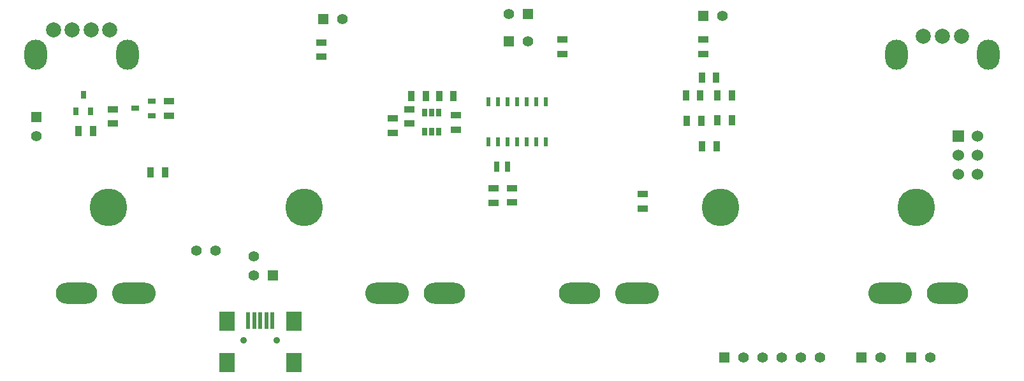
<source format=gts>
G04 (created by PCBNEW (2013-07-07 BZR 4022)-stable) date 4/19/2015 11:38:55 PM*
%MOIN*%
G04 Gerber Fmt 3.4, Leading zero omitted, Abs format*
%FSLAX34Y34*%
G01*
G70*
G90*
G04 APERTURE LIST*
%ADD10C,0.00590551*%
%ADD11R,0.055X0.055*%
%ADD12C,0.055*%
%ADD13O,0.228346X0.110236*%
%ADD14O,0.216535X0.110236*%
%ADD15C,0.19685*%
%ADD16R,0.0295276X0.0551181*%
%ADD17R,0.0197X0.0906*%
%ADD18R,0.0787X0.0984*%
%ADD19C,0.0354*%
%ADD20C,0.0787402*%
%ADD21O,0.11811X0.15748*%
%ADD22R,0.0394X0.0315*%
%ADD23R,0.0276X0.0394*%
%ADD24R,0.055X0.035*%
%ADD25R,0.035X0.055*%
%ADD26R,0.02X0.045*%
%ADD27R,0.0315X0.0394*%
%ADD28R,0.06X0.06*%
%ADD29C,0.06*%
G04 APERTURE END LIST*
G54D10*
G54D11*
X66250Y-85050D03*
G54D12*
X65250Y-85050D03*
X65250Y-84050D03*
G54D13*
X98503Y-85984D03*
G54D14*
X101503Y-85984D03*
G54D11*
X89850Y-89350D03*
G54D12*
X90850Y-89350D03*
X91850Y-89350D03*
X92850Y-89350D03*
X93850Y-89350D03*
X94850Y-89350D03*
G54D15*
X57650Y-81500D03*
X67886Y-81500D03*
X89650Y-81500D03*
X99886Y-81500D03*
G54D16*
X77933Y-79370D03*
X78523Y-79370D03*
G54D12*
X63250Y-83750D03*
X62250Y-83750D03*
G54D17*
X64960Y-87421D03*
X65275Y-87421D03*
X65590Y-87421D03*
X65905Y-87421D03*
X66220Y-87421D03*
G54D18*
X63838Y-87460D03*
X63838Y-89625D03*
X67342Y-87460D03*
X67342Y-89625D03*
G54D19*
X64724Y-88444D03*
X66456Y-88444D03*
G54D20*
X100265Y-72537D03*
X101250Y-72517D03*
X102234Y-72517D03*
G54D21*
X103651Y-73501D03*
X98848Y-73501D03*
G54D20*
X54773Y-72202D03*
X55757Y-72202D03*
X56742Y-72202D03*
X57726Y-72202D03*
G54D21*
X58651Y-73501D03*
X53848Y-73501D03*
G54D11*
X78574Y-72783D03*
G54D12*
X79574Y-72783D03*
G54D11*
X79574Y-71371D03*
G54D12*
X78574Y-71371D03*
G54D11*
X88748Y-71470D03*
G54D12*
X89748Y-71470D03*
G54D11*
X68896Y-71627D03*
G54D12*
X69896Y-71627D03*
G54D11*
X53897Y-76771D03*
G54D12*
X53897Y-77771D03*
G54D22*
X59036Y-76303D03*
X59902Y-75928D03*
X59902Y-76678D03*
G54D23*
X74172Y-76527D03*
X74547Y-76527D03*
X74922Y-76527D03*
X74922Y-77527D03*
X74547Y-77527D03*
X74172Y-77527D03*
G54D24*
X88748Y-73445D03*
X88748Y-72695D03*
X68796Y-73602D03*
X68796Y-72852D03*
X78740Y-80491D03*
X78740Y-81241D03*
X77795Y-80499D03*
X77795Y-81249D03*
G54D25*
X60611Y-79653D03*
X59861Y-79653D03*
G54D24*
X85570Y-80794D03*
X85570Y-81544D03*
G54D25*
X88635Y-76950D03*
X87885Y-76950D03*
X88695Y-78290D03*
X89445Y-78290D03*
X87845Y-75620D03*
X88595Y-75620D03*
X88675Y-74683D03*
X89425Y-74683D03*
X75689Y-75669D03*
X74939Y-75669D03*
X74233Y-75669D03*
X73483Y-75669D03*
G54D24*
X72519Y-76829D03*
X72519Y-77579D03*
X57890Y-77105D03*
X57890Y-76355D03*
X60819Y-75928D03*
X60819Y-76678D03*
G54D25*
X56845Y-77480D03*
X56095Y-77480D03*
X90245Y-75620D03*
X89495Y-75620D03*
X90245Y-76910D03*
X89495Y-76910D03*
G54D24*
X81377Y-73445D03*
X81377Y-72695D03*
X75826Y-76672D03*
X75826Y-77422D03*
G54D26*
X77514Y-78075D03*
X78014Y-78075D03*
X78514Y-78075D03*
X79014Y-78075D03*
X79514Y-78075D03*
X80014Y-78075D03*
X80514Y-78075D03*
X80514Y-75975D03*
X80014Y-75975D03*
X79514Y-75975D03*
X79014Y-75975D03*
X78514Y-75975D03*
X78014Y-75975D03*
X77514Y-75975D03*
G54D27*
X56340Y-75577D03*
X56715Y-76443D03*
X55965Y-76443D03*
G54D28*
X102080Y-77770D03*
G54D29*
X103080Y-77770D03*
X102080Y-78770D03*
X103080Y-78770D03*
X102080Y-79770D03*
X103080Y-79770D03*
G54D24*
X73385Y-76357D03*
X73385Y-77107D03*
G54D13*
X58996Y-85984D03*
G54D14*
X55996Y-85984D03*
G54D13*
X85295Y-85984D03*
G54D14*
X82295Y-85984D03*
G54D13*
X72204Y-85984D03*
G54D14*
X75204Y-85984D03*
G54D11*
X97000Y-89350D03*
G54D12*
X98000Y-89350D03*
G54D11*
X99600Y-89350D03*
G54D12*
X100600Y-89350D03*
M02*

</source>
